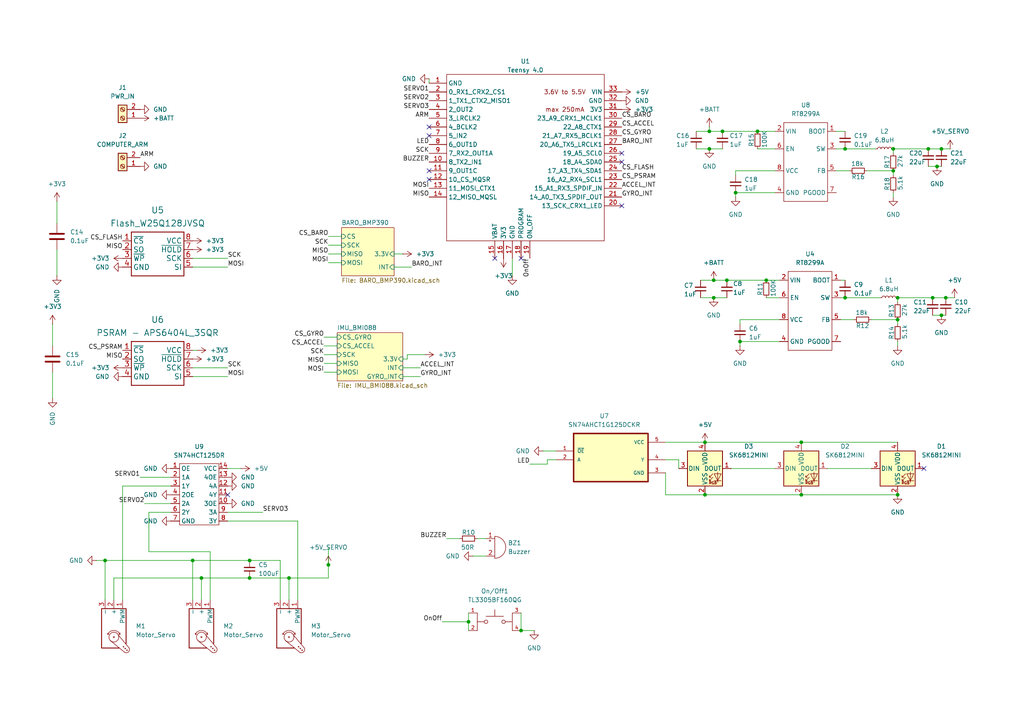
<source format=kicad_sch>
(kicad_sch (version 20250114) (generator "eeschema") (generator_version "9.0")
  (paper "A4")
  (lib_symbols
    (symbol "Connector:Screw_Terminal_01x02" (pin_names (offset 1.016) (hide yes))
      (property "Reference" "J" (at 0 2.54 0))
      (property "Value" "Screw_Terminal_01x02" (at 0 -5.08 0))
      (symbol "Screw_Terminal_01x02_1_1"
        (pin passive line (at -5.08 0 0) (length 3.81) (name "Pin_1") (number "1"))
        (pin passive line (at -5.08 -2.54 0) (length 3.81) (name "Pin_2") (number "2"))
      )
    )
    (symbol "Device:Buzzer" (pin_names (offset 0.0254) (hide yes))
      (property "Reference" "BZ" (at 3.81 1.27 0))
      (property "Value" "Buzzer" (at 3.81 -1.27 0))
      (symbol "Buzzer_1_1"
        (pin passive line (at -2.54 2.54 0) (length 2.54) (name "+") (number "1"))
        (pin passive line (at -2.54 -2.54 0) (length 2.54) (name "-") (number "2"))
      )
    )
    (symbol "Device:C" (pin_numbers (hide yes)) (pin_names (offset 0.254))
      (property "Reference" "C" (at 0.635 2.54 0))
      (property "Value" "C" (at 0.635 -2.54 0))
      (symbol "C_1_1"
        (pin passive line (at 0 3.81 270) (length 2.794) (name "~") (number "1"))
        (pin passive line (at 0 -3.81 90) (length 2.794) (name "~") (number "2"))
      )
    )
    (symbol "Device:C_Small" (pin_numbers (hide yes)) (pin_names (offset 0.254) (hide yes))
      (property "Reference" "C" (at 0.254 1.778 0))
      (property "Value" "C_Small" (at 0.254 -2.032 0))
      (symbol "C_Small_1_1"
        (pin passive line (at 0 2.54 270) (length 2.032) (name "~") (number "1"))
        (pin passive line (at 0 -2.54 90) (length 2.032) (name "~") (number "2"))
      )
    )
    (symbol "Device:L_Small" (pin_numbers (hide yes)) (pin_names (offset 0.254) (hide yes))
      (property "Reference" "L" (at 0.762 1.016 0))
      (property "Value" "L_Small" (at 0.762 -1.016 0))
      (symbol "L_Small_1_1"
        (pin passive line (at 0 2.54 270) (length 0.508) (name "~") (number "1"))
        (pin passive line (at 0 -2.54 90) (length 0.508) (name "~") (number "2"))
      )
    )
    (symbol "Device:R_Small" (pin_numbers (hide yes)) (pin_names (offset 0.254) (hide yes))
      (property "Reference" "R" (at 0.762 0.508 0))
      (property "Value" "R_Small" (at 0.762 -1.016 0))
      (symbol "R_Small_1_1"
        (pin passive line (at 0 2.54 270) (length 0.762) (name "~") (number "1"))
        (pin passive line (at 0 -2.54 90) (length 0.762) (name "~") (number "2"))
      )
    )
    (symbol "LED:SK6812MINI" (pin_names (offset 0.254))
      (property "Reference" "D" (at 5.08 5.715 0))
      (property "Value" "SK6812MINI" (at 1.27 -5.715 0))
      (symbol "SK6812MINI_0_0"
        (text "RGB" (at 2.286 -4.191 0) (effects (font (size 0.762 0.762))))
      )
      (symbol "SK6812MINI_1_1"
        (pin input line (at -7.62 0 0) (length 2.54) (name "DIN") (number "3"))
        (pin power_in line (at 0 7.62 270) (length 2.54) (name "VDD") (number "4"))
        (pin power_in line (at 0 -7.62 90) (length 2.54) (name "VSS") (number "2"))
        (pin output line (at 7.62 0 180) (length 2.54) (name "DOUT") (number "1"))
      )
    )
    (symbol "Motor:Motor_Servo" (pin_names (offset 0.0254))
      (property "Reference" "M" (at -5.08 4.445 0))
      (property "Value" "Motor_Servo" (at -5.08 -4.064 0))
      (symbol "Motor_Servo_1_1"
        (pin passive line (at -7.62 2.54 0) (length 2.54) (name "PWM") (number "1"))
        (pin passive line (at -7.62 0 0) (length 2.54) (name "+") (number "2"))
        (pin passive line (at -7.62 -2.54 0) (length 2.54) (name "-") (number "3"))
      )
    )
    (symbol "SN74HCT125DR_1"
      (property "Reference" "U" (at -1.2207 9.945 0))
      (property "Value" "SN74HCT125DR" (at -24.59 1.1572 0))
      (symbol "SN74HCT125DR_1_1_1"
        (pin input line (at -8.89 7.62 0) (length 2.54) (name "OE") (number "1"))
        (pin input line (at -8.89 5.08 0) (length 2.54) (name "1A") (number "2"))
        (pin input line (at -8.89 2.54 0) (length 2.54) (name "1Y") (number "3"))
        (pin input line (at -8.89 0 0) (length 2.54) (name "2OE") (number "4"))
        (pin input line (at -8.89 -2.54 0) (length 2.54) (name "2A") (number "5"))
        (pin input line (at -8.89 -5.08 0) (length 2.54) (name "2Y") (number "6"))
        (pin input line (at -8.89 -7.62 0) (length 2.54) (name "GND") (number "7"))
        (pin input line (at 7.62 7.62 180) (length 2.54) (name "VCC") (number "14"))
        (pin input line (at 7.62 5.08 180) (length 2.54) (name "4OE") (number "13"))
        (pin input line (at 7.62 2.54 180) (length 2.54) (name "4A") (number "12"))
        (pin input line (at 7.62 0 180) (length 2.54) (name "4Y") (number "11"))
        (pin input line (at 7.62 -2.54 180) (length 2.54) (name "3OE") (number "10"))
        (pin input line (at 7.62 -5.08 180) (length 2.54) (name "3A") (number "9"))
        (pin input line (at 7.62 -7.62 180) (length 2.54) (name "3Y") (number "8"))
      )
    )
    (symbol "SparkFun-IC-Memory:AT25SF041"
      (property "Reference" "U" (at -7.62 7.874 0))
      (symbol "AT25SF041_1_0"
        (pin bidirectional line (at -10.16 5.08 0) (length 2.54) (name "~{CS}") (number "1"))
        (pin bidirectional line (at -10.16 2.54 0) (length 2.54) (name "SO") (number "2"))
        (pin bidirectional line (at -10.16 0 0) (length 2.54) (name "~{WP}") (number "3"))
        (pin bidirectional line (at -10.16 -2.54 0) (length 2.54) (name "GND") (number "4"))
        (pin bidirectional line (at 10.16 5.08 180) (length 2.54) (name "VCC") (number "8"))
        (pin bidirectional line (at 10.16 2.54 180) (length 2.54) (name "~{HOLD}") (number "7"))
        (pin bidirectional line (at 10.16 0 180) (length 2.54) (name "SCK") (number "6"))
        (pin bidirectional line (at 10.16 -2.54 180) (length 2.54) (name "SI") (number "5"))
      )
    )
    (symbol "bai:RT8299A"
      (property "Reference" "U" (at -1.778 -17.78 0))
      (property "Value" "RT8299A" (at -0.254 6.35 0))
      (symbol "RT8299A_1_1"
        (pin input line (at -8.89 2.54 0) (length 2.54) (name "VIN") (number "2"))
        (pin input line (at -8.89 -2.54 0) (length 2.54) (name "EN") (number "6"))
        (pin input line (at -8.89 -8.89 0) (length 2.54) (name "VCC") (number "8"))
        (pin input line (at -8.89 -15.24 0) (length 2.54) (name "GND") (number "4"))
        (pin input line (at 8.89 2.54 180) (length 2.54) (name "BOOT") (number "1"))
        (pin input line (at 8.89 -2.54 180) (length 2.54) (name "SW") (number "3"))
        (pin input line (at 8.89 -8.89 180) (length 2.54) (name "FB") (number "5"))
        (pin input line (at 8.89 -15.24 180) (length 2.54) (name "PGOOD") (number "7"))
      )
    )
    (symbol "bai:SN74AHCT1G125DCKR" (pin_names (offset 1.016))
      (property "Reference" "U7" (at 0 15.24 0))
      (property "Value" "SN74AHCT1G125DCKR" (at 0 12.7 0))
      (symbol "SN74AHCT1G125DCKR_0_0"
        (pin input line (at -13.97 5.08 0) (length 5.08) (name "~{OE}") (number "1"))
        (pin input line (at -13.97 2.54 0) (length 5.08) (name "A") (number "2"))
        (pin power_in line (at 17.78 7.62 180) (length 5.08) (name "VCC") (number "5"))
        (pin output line (at 17.78 2.54 180) (length 5.08) (name "Y") (number "4"))
        (pin power_in line (at 17.78 -1.27 180) (length 5.08) (name "GND") (number "3"))
      )
    )
    (symbol "bai:TL3305BF160QG" (pin_names (offset 1.016))
      (property "Reference" "S" (at -5.08 5.08 0))
      (property "Value" "TL3305BF160QG" (at -5.08 -5.08 0))
      (symbol "TL3305BF160QG_0_0"
        (pin passive line (at -7.62 2.54 0) (length 2.54) (name "~") (number "1"))
        (pin passive line (at -7.62 -2.54 0) (length 2.54) (name "~") (number "2"))
        (pin passive line (at 7.62 2.54 180) (length 2.54) (name "~") (number "3"))
        (pin passive line (at 7.62 -2.54 180) (length 2.54) (name "~") (number "4"))
      )
    )
    (symbol "bai:Teensy4.0"
      (property "Reference" "U" (at 0 0 0))
      (symbol "Teensy4.0_0_0"
        (text "3.6V to 5.5V" (at 12.7 16.51 0) (effects (font (size 1.27 1.27))))
        (text "max 250mA" (at 12.7 11.43 0) (effects (font (size 1.27 1.27))))
        (pin bidirectional line (at -26.67 8.89 0) (length 5.08) (name "3_LRCLK2") (number "5"))
        (pin bidirectional line (at -26.67 6.35 0) (length 5.08) (name "4_BCLK2") (number "6"))
        (pin bidirectional line (at -26.67 3.81 0) (length 5.08) (name "5_IN2") (number "7"))
        (pin bidirectional line (at -26.67 1.27 0) (length 5.08) (name "6_OUT1D") (number "8"))
        (pin bidirectional line (at -26.67 -1.27 0) (length 5.08) (name "7_RX2_OUT1A") (number "9"))
        (pin bidirectional line (at -26.67 -3.81 0) (length 5.08) (name "8_TX2_IN1") (number "10"))
        (pin bidirectional line (at -26.67 -6.35 0) (length 5.08) (name "9_OUT1C") (number "11"))
        (pin bidirectional line (at -26.67 -8.89 0) (length 5.08) (name "10_CS_MQSR") (number "12"))
        (pin bidirectional line (at -26.67 -11.43 0) (length 5.08) (name "11_MOSI_CTX1") (number "13"))
        (pin bidirectional line (at -26.67 -13.97 0) (length 5.08) (name "12_MISO_MQSL") (number "14"))
        (pin power_in line (at -7.62 -31.75 90) (length 5.08) (name "VBAT") (number "15"))
        (pin power_in line (at -5.08 -31.75 90) (length 5.08) (name "3V3") (number "16"))
        (pin power_in line (at -2.54 -31.75 90) (length 5.08) (name "GND") (number "17"))
        (pin input line (at 0 -31.75 90) (length 5.08) (name "PROGRAM") (number "18"))
        (pin input line (at 2.54 -31.75 90) (length 5.08) (name "ON_OFF") (number "19"))
        (pin power_in line (at 29.21 16.51 180) (length 5.08) (name "VIN") (number "33"))
        (pin power_in line (at 29.21 13.97 180) (length 5.08) (name "GND") (number "32"))
        (pin power_out line (at 29.21 11.43 180) (length 5.08) (name "3V3") (number "31"))
        (pin bidirectional line (at 29.21 8.89 180) (length 5.08) (name "23_A9_CRX1_MCLK1") (number "30"))
        (pin bidirectional line (at 29.21 6.35 180) (length 5.08) (name "22_A8_CTX1") (number "29"))
        (pin bidirectional line (at 29.21 3.81 180) (length 5.08) (name "21_A7_RX5_BCLK1") (number "28"))
        (pin bidirectional line (at 29.21 1.27 180) (length 5.08) (name "20_A6_TX5_LRCLK1") (number "27"))
        (pin bidirectional line (at 29.21 -1.27 180) (length 5.08) (name "19_A5_SCL0") (number "26"))
        (pin bidirectional line (at 29.21 -3.81 180) (length 5.08) (name "18_A4_SDA0") (number "25"))
        (pin bidirectional line (at 29.21 -6.35 180) (length 5.08) (name "17_A3_TX4_SDA1") (number "24"))
        (pin bidirectional line (at 29.21 -8.89 180) (length 5.08) (name "16_A2_RX4_SCL1") (number "23"))
        (pin bidirectional line (at 29.21 -11.43 180) (length 5.08) (name "15_A1_RX3_SPDIF_IN") (number "22"))
        (pin bidirectional line (at 29.21 -13.97 180) (length 5.08) (name "14_A0_TX3_SPDIF_OUT") (number "21"))
        (pin bidirectional line (at 29.21 -16.51 180) (length 5.08) (name "13_SCK_CRX1_LED") (number "20"))
      )
      (symbol "Teensy4.0_1_1"
        (pin power_in line (at -26.67 19.05 0) (length 5.08) (name "GND") (number "1"))
        (pin bidirectional line (at -26.67 16.51 0) (length 5.08) (name "0_RX1_CRX2_CS1") (number "2"))
        (pin bidirectional line (at -26.67 13.97 0) (length 5.08) (name "1_TX1_CTX2_MISO1") (number "3"))
        (pin bidirectional line (at -26.67 11.43 0) (length 5.08) (name "2_OUT2") (number "4"))
      )
    )
    (symbol "power:+3V3" (power) (pin_numbers (hide yes)) (pin_names (offset 0) (hide yes))
      (property "Value" "+3V3" (at 0 3.556 0))
      (symbol "+3V3_1_1"
        (pin power_in line (at 0 0 90) (length 0) (name "~") (number "1"))
      )
    )
    (symbol "power:+5V" (power) (pin_numbers (hide yes)) (pin_names (offset 0) (hide yes))
      (property "Value" "+5V" (at 0 3.556 0))
      (symbol "+5V_1_1"
        (pin power_in line (at 0 0 90) (length 0) (name "~") (number "1"))
      )
    )
    (symbol "power:+BATT" (power) (pin_numbers (hide yes)) (pin_names (offset 0) (hide yes))
      (property "Value" "+BATT" (at 0 3.556 0))
      (symbol "+BATT_1_1"
        (pin power_in line (at 0 0 90) (length 0) (name "~") (number "1"))
      )
    )
    (symbol "power:GND" (power) (pin_numbers (hide yes)) (pin_names (offset 0) (hide yes))
      (property "Value" "GND" (at 0 -3.81 0))
      (symbol "GND_1_1"
        (pin power_in line (at 0 0 270) (length 0) (name "~") (number "1"))
      )
    )
  )
  (junction (at 270.51 86.36))
  (junction (at 245.11 43.18))
  (junction (at 58.42 167.64))
  (junction (at 273.05 91.44))
  (junction (at 204.47 143.51))
  (junction (at 204.47 128.27))
  (junction (at 271.78 48.26))
  (junction (at 259.08 43.18))
  (junction (at 135.89 180.34))
  (junction (at 259.08 49.53))
  (junction (at 83.82 167.64))
  (junction (at 205.74 43.18))
  (junction (at 260.35 143.51))
  (junction (at 232.41 143.51))
  (junction (at 232.41 128.27))
  (junction (at 95.25 163.83))
  (junction (at 260.35 86.36))
  (junction (at 214.63 99.06))
  (junction (at 151.13 182.88))
  (junction (at 274.32 86.36))
  (junction (at 55.88 162.56))
  (junction (at 213.36 55.88))
  (junction (at 219.71 38.1))
  (junction (at 273.05 43.18))
  (junction (at 30.48 162.56))
  (junction (at 210.82 81.28))
  (junction (at 260.35 92.71))
  (junction (at 207.01 81.28))
  (junction (at 245.11 86.36))
  (junction (at 222.25 81.28))
  (junction (at 72.39 167.64))
  (junction (at 269.24 43.18))
  (junction (at 72.39 162.56))
  (junction (at 207.01 86.36))
  (junction (at 205.74 38.1))
  (junction (at 209.55 38.1))
  (no_connect (at 180.34 59.69))
  (no_connect (at 180.34 44.45))
  (no_connect (at 267.97 135.89))
  (no_connect (at 180.34 46.99))
  (no_connect (at 66.04 143.51))
  (no_connect (at 151.13 74.93))
  (no_connect (at 124.46 52.07))
  (no_connect (at 124.46 49.53))
  (no_connect (at 143.51 74.93))
  (no_connect (at 124.46 39.37))
  (no_connect (at 124.46 36.83))
  (wire (pts (xy 118.11 102.87) (xy 118.11 104.14)))
  (wire (pts (xy 93.98 97.79) (xy 97.79 97.79)))
  (wire (pts (xy 214.63 100.33) (xy 214.63 99.06)))
  (wire (pts (xy 43.18 160.02) (xy 60.96 160.02)))
  (wire (pts (xy 40.64 138.43) (xy 49.53 138.43)))
  (wire (pts (xy 193.04 133.35) (xy 196.85 133.35)))
  (wire (pts (xy 66.04 135.89) (xy 69.85 135.89)))
  (wire (pts (xy 129.54 156.21) (xy 133.35 156.21)))
  (wire (pts (xy 157.48 130.81) (xy 161.29 130.81)))
  (wire (pts (xy 214.63 99.06) (xy 226.06 99.06)))
  (wire (pts (xy 76.2 148.59) (xy 66.04 148.59)))
  (wire (pts (xy 193.04 143.51) (xy 204.47 143.51)))
  (wire (pts (xy 66.04 106.68) (xy 55.88 106.68)))
  (wire (pts (xy 49.53 140.97) (xy 35.56 140.97)))
  (wire (pts (xy 224.79 49.53) (xy 213.36 49.53)))
  (wire (pts (xy 95.25 163.83) (xy 95.25 158.75)))
  (wire (pts (xy 66.04 77.47) (xy 55.88 77.47)))
  (wire (pts (xy 154.94 182.88) (xy 151.13 182.88)))
  (wire (pts (xy 251.46 49.53) (xy 259.08 49.53)))
  (wire (pts (xy 270.51 86.36) (xy 274.32 86.36)))
  (wire (pts (xy 219.71 43.18) (xy 224.79 43.18)))
  (wire (pts (xy 260.35 86.36) (xy 270.51 86.36)))
  (wire (pts (xy 93.98 100.33) (xy 97.79 100.33)))
  (wire (pts (xy 222.25 81.28) (xy 226.06 81.28)))
  (wire (pts (xy 135.89 180.34) (xy 135.89 182.88)))
  (wire (pts (xy 151.13 177.8) (xy 151.13 182.88)))
  (wire (pts (xy 243.84 92.71) (xy 247.65 92.71)))
  (wire (pts (xy 158.75 133.35) (xy 161.29 133.35)))
  (wire (pts (xy 95.25 163.83) (xy 95.25 167.64)))
  (wire (pts (xy 242.57 43.18) (xy 245.11 43.18)))
  (wire (pts (xy 205.74 36.83) (xy 205.74 38.1)))
  (wire (pts (xy 124.46 22.86) (xy 124.46 24.13)))
  (wire (pts (xy 259.08 44.45) (xy 259.08 43.18)))
  (wire (pts (xy 86.36 151.13) (xy 86.36 173.99)))
  (wire (pts (xy 193.04 128.27) (xy 204.47 128.27)))
  (wire (pts (xy 269.24 48.26) (xy 271.78 48.26)))
  (wire (pts (xy 245.11 86.36) (xy 255.27 86.36)))
  (wire (pts (xy 232.41 143.51) (xy 260.35 143.51)))
  (wire (pts (xy 204.47 128.27) (xy 232.41 128.27)))
  (wire (pts (xy 243.84 81.28) (xy 245.11 81.28)))
  (wire (pts (xy 137.16 161.29) (xy 140.97 161.29)))
  (wire (pts (xy 210.82 81.28) (xy 222.25 81.28)))
  (wire (pts (xy 93.98 107.95) (xy 97.79 107.95)))
  (wire (pts (xy 213.36 57.15) (xy 213.36 55.88)))
  (wire (pts (xy 66.04 109.22) (xy 55.88 109.22)))
  (wire (pts (xy 121.92 109.22) (xy 116.84 109.22)))
  (wire (pts (xy 212.09 135.89) (xy 224.79 135.89)))
  (wire (pts (xy 201.93 43.18) (xy 205.74 43.18)))
  (wire (pts (xy 95.25 68.58) (xy 99.06 68.58)))
  (wire (pts (xy 16.51 72.39) (xy 16.51 80.01)))
  (wire (pts (xy 55.88 101.6) (xy 57.15 101.6)))
  (wire (pts (xy 30.48 162.56) (xy 30.48 173.99)))
  (wire (pts (xy 148.59 80.01) (xy 148.59 74.93)))
  (wire (pts (xy 35.56 140.97) (xy 35.56 173.99)))
  (wire (pts (xy 93.98 102.87) (xy 97.79 102.87)))
  (wire (pts (xy 273.05 91.44) (xy 274.32 91.44)))
  (wire (pts (xy 245.11 43.18) (xy 254 43.18)))
  (wire (pts (xy 15.24 93.98) (xy 15.24 100.33)))
  (wire (pts (xy 242.57 49.53) (xy 246.38 49.53)))
  (wire (pts (xy 55.88 162.56) (xy 55.88 173.99)))
  (wire (pts (xy 58.42 167.64) (xy 58.42 173.99)))
  (wire (pts (xy 55.88 162.56) (xy 72.39 162.56)))
  (wire (pts (xy 214.63 92.71) (xy 214.63 93.98)))
  (wire (pts (xy 58.42 167.64) (xy 72.39 167.64)))
  (wire (pts (xy 41.91 146.05) (xy 49.53 146.05)))
  (wire (pts (xy 274.32 86.36) (xy 276.86 86.36)))
  (wire (pts (xy 270.51 91.44) (xy 273.05 91.44)))
  (wire (pts (xy 15.24 107.95) (xy 15.24 115.57)))
  (wire (pts (xy 260.35 99.06) (xy 260.35 100.33)))
  (wire (pts (xy 209.55 38.1) (xy 219.71 38.1)))
  (wire (pts (xy 260.35 92.71) (xy 260.35 93.98)))
  (wire (pts (xy 201.93 38.1) (xy 205.74 38.1)))
  (wire (pts (xy 260.35 87.63) (xy 260.35 86.36)))
  (wire (pts (xy 95.25 71.12) (xy 99.06 71.12)))
  (wire (pts (xy 259.08 55.88) (xy 259.08 57.15)))
  (wire (pts (xy 66.04 74.93) (xy 55.88 74.93)))
  (wire (pts (xy 72.39 167.64) (xy 83.82 167.64)))
  (wire (pts (xy 269.24 43.18) (xy 273.05 43.18)))
  (wire (pts (xy 271.78 48.26) (xy 273.05 48.26)))
  (wire (pts (xy 66.04 151.13) (xy 86.36 151.13)))
  (wire (pts (xy 213.36 55.88) (xy 224.79 55.88)))
  (wire (pts (xy 33.02 167.64) (xy 58.42 167.64)))
  (wire (pts (xy 118.11 104.14) (xy 116.84 104.14)))
  (wire (pts (xy 128.27 180.34) (xy 135.89 180.34)))
  (wire (pts (xy 203.2 86.36) (xy 207.01 86.36)))
  (wire (pts (xy 119.38 77.47) (xy 114.3 77.47)))
  (wire (pts (xy 81.28 162.56) (xy 81.28 173.99)))
  (wire (pts (xy 116.84 73.66) (xy 114.3 73.66)))
  (wire (pts (xy 30.48 162.56) (xy 55.88 162.56)))
  (wire (pts (xy 273.05 43.18) (xy 275.59 43.18)))
  (wire (pts (xy 60.96 160.02) (xy 60.96 173.99)))
  (wire (pts (xy 232.41 128.27) (xy 260.35 128.27)))
  (wire (pts (xy 259.08 49.53) (xy 259.08 50.8)))
  (wire (pts (xy 207.01 86.36) (xy 210.82 86.36)))
  (wire (pts (xy 121.92 106.68) (xy 116.84 106.68)))
  (wire (pts (xy 95.25 76.2) (xy 99.06 76.2)))
  (wire (pts (xy 153.67 134.62) (xy 158.75 134.62)))
  (wire (pts (xy 242.57 38.1) (xy 245.11 38.1)))
  (wire (pts (xy 219.71 38.1) (xy 224.79 38.1)))
  (wire (pts (xy 193.04 137.16) (xy 193.04 143.51)))
  (wire (pts (xy 252.73 92.71) (xy 260.35 92.71)))
  (wire (pts (xy 205.74 43.18) (xy 209.55 43.18)))
  (wire (pts (xy 259.08 43.18) (xy 269.24 43.18)))
  (wire (pts (xy 196.85 133.35) (xy 196.85 135.89)))
  (wire (pts (xy 95.25 73.66) (xy 99.06 73.66)))
  (wire (pts (xy 33.02 173.99) (xy 33.02 167.64)))
  (wire (pts (xy 16.51 58.42) (xy 16.51 64.77)))
  (wire (pts (xy 95.25 167.64) (xy 83.82 167.64)))
  (wire (pts (xy 205.74 38.1) (xy 209.55 38.1)))
  (wire (pts (xy 222.25 86.36) (xy 226.06 86.36)))
  (wire (pts (xy 135.89 177.8) (xy 135.89 180.34)))
  (wire (pts (xy 72.39 162.56) (xy 81.28 162.56)))
  (wire (pts (xy 203.2 81.28) (xy 207.01 81.28)))
  (wire (pts (xy 243.84 86.36) (xy 245.11 86.36)))
  (wire (pts (xy 138.43 156.21) (xy 140.97 156.21)))
  (wire (pts (xy 43.18 148.59) (xy 43.18 160.02)))
  (wire (pts (xy 49.53 148.59) (xy 43.18 148.59)))
  (wire (pts (xy 27.94 162.56) (xy 30.48 162.56)))
  (wire (pts (xy 123.19 102.87) (xy 118.11 102.87)))
  (wire (pts (xy 240.03 135.89) (xy 252.73 135.89)))
  (wire (pts (xy 204.47 143.51) (xy 232.41 143.51)))
  (wire (pts (xy 213.36 49.53) (xy 213.36 50.8)))
  (wire (pts (xy 158.75 134.62) (xy 158.75 133.35)))
  (wire (pts (xy 93.98 105.41) (xy 97.79 105.41)))
  (wire (pts (xy 226.06 92.71) (xy 214.63 92.71)))
  (wire (pts (xy 83.82 167.64) (xy 83.82 173.99)))
  (wire (pts (xy 207.01 81.28) (xy 210.82 81.28)))
  (label "SCK" (at 66.04 74.93 0))
  (label "CS_GYRO" (at 180.34 39.37 0))
  (label "MOSI" (at 95.25 76.2 180))
  (label "MISO" (at 35.56 104.14 180))
  (label "BUZZER" (at 124.46 46.99 180))
  (label "CS_FLASH" (at 180.34 49.53 0))
  (label "BARO_INT" (at 119.38 77.47 0))
  (label "BARO_INT" (at 180.34 41.91 0))
  (label "ACCEL_INT" (at 180.34 54.61 0))
  (label "OnOff" (at 128.27 180.34 180))
  (label "OnOff" (at 153.67 74.93 270))
  (label "MISO" (at 95.25 73.66 180))
  (label "CS_BARO" (at 95.25 68.58 180))
  (label "SERVO2" (at 124.46 29.21 180))
  (label "MISO" (at 35.56 72.39 180))
  (label "MOSI" (at 124.46 54.61 180))
  (label "MISO" (at 93.98 105.41 180))
  (label "SERVO3" (at 76.2 148.59 0))
  (label "SERVO3" (at 124.46 31.75 180))
  (label "LED" (at 153.67 134.62 180))
  (label "LED" (at 124.46 41.91 180))
  (label "MOSI" (at 66.04 77.47 0))
  (label "SCK" (at 93.98 102.87 180))
  (label "ACCEL_INT" (at 121.92 106.68 0))
  (label "SERVO2" (at 41.91 146.05 180))
  (label "SCK" (at 95.25 71.12 180))
  (label "SERVO1" (at 124.46 26.67 180))
  (label "ARM" (at 124.46 34.29 180))
  (label "CS_BARO" (at 180.34 34.29 0))
  (label "CS_ACCEL" (at 93.98 100.33 180))
  (label "GYRO_INT" (at 121.92 109.22 0))
  (label "CS_PSRAM" (at 180.34 52.07 0))
  (label "CS_FLASH" (at 35.56 69.85 180))
  (label "CS_PSRAM" (at 35.56 101.6 180))
  (label "MOSI" (at 66.04 109.22 0))
  (label "CS_ACCEL" (at 180.34 36.83 0))
  (label "ARM" (at 40.64 45.72 0))
  (label "MOSI" (at 93.98 107.95 180))
  (label "MISO" (at 124.46 57.15 180))
  (label "CS_GYRO" (at 93.98 97.79 180))
  (label "BUZZER" (at 129.54 156.21 180))
  (label "SERVO1" (at 40.64 138.43 180))
  (label "SCK" (at 66.04 106.68 0))
  (label "GYRO_INT" (at 180.34 57.15 0))
  (label "SCK" (at 124.46 44.45 180))
  (symbol (lib_id "power:GND") (at 40.64 48.26 90) (unit 1)
    (property "Reference" "#PWR016" (effects (hide yes)))
    (property "Value" "GND" (at 44.45 48.2599 90) (effects (justify right)))
    (property "Description" "Power symbol creates a global label with name \"GND\" , ground" (effects (hide yes)))
  )
  (symbol (lib_name "SN74HCT125DR_1") (lib_id "bai:SN74HCT125DR") (at 58.42 143.51 0) (unit 1)
    (property "Reference" "U9" (at 57.7856 129.54 0))
    (property "Value" "SN74HCT125DR" (at 57.7856 132.08 0))
    (property "Footprint" "Package_SO:SOIC-14_3.9x8.7mm_P1.27mm" (effects (hide yes)))
  )
  (symbol (lib_id "power:GND") (at 15.24 115.57 0) (unit 1)
    (property "Reference" "#PWR055" (effects (hide yes)))
    (property "Value" "GND" (at 15.2401 119.38 90) (effects (justify right)))
    (property "Description" "Power symbol creates a global label with name \"GND\" , ground" (effects (hide yes)))
  )
  (symbol (lib_id "power:+3V3") (at 55.88 69.85 270) (unit 1)
    (property "Reference" "#PWR013" (effects (hide yes)))
    (property "Value" "+3V3" (at 59.69 69.8499 90) (effects (justify left)))
    (property "Description" "Power symbol creates a global label with name \"+3V3\"" (effects (hide yes)))
  )
  (symbol (lib_id "Motor:Motor_Servo") (at 83.82 181.61 270) (unit 1)
    (property "Reference" "M3" (at 90.17 181.596 90) (effects (justify left)))
    (property "Value" "Motor_Servo" (at 90.17 184.136 90) (effects (justify left)))
    (property "Footprint" "Connector_PinHeader_2.54mm:PinHeader_1x03_P2.54mm_Vertical" (effects (hide yes)))
    (property "Datasheet" "http://forums.parallax.com/uploads/attachments/46831/74481.png" (effects (hide yes)))
    (property "Description" "Servo Motor (Futaba, HiTec, JR connector)" (effects (hide yes)))
  )
  (symbol (lib_id "Device:C_Small") (at 273.05 45.72 180) (unit 1)
    (property "Reference" "C21" (at 275.59 44.4435 0) (effects (justify right)))
    (property "Value" "22uF" (at 275.59 46.9835 0) (effects (justify right)))
    (property "Footprint" "Capacitor_SMD:C_0603_1608Metric_Pad1.08x0.95mm_HandSolder" (effects (hide yes)))
    (property "Description" "Unpolarized capacitor, small symbol" (effects (hide yes)))
  )
  (symbol (lib_id "power:+3V3") (at 55.88 104.14 270) (unit 1)
    (property "Reference" "#PWR034" (effects (hide yes)))
    (property "Value" "+3V3" (at 59.69 104.1399 90) (effects (justify left)))
    (property "Description" "Power symbol creates a global label with name \"+3V3\"" (effects (hide yes)))
  )
  (symbol (lib_id "power:+5V") (at 276.86 86.36 0) (unit 1)
    (property "Reference" "#PWR053" (effects (hide yes)))
    (property "Value" "+5V" (at 276.86 81.28 0))
    (property "Description" "Power symbol creates a global label with name \"+5V\"" (effects (hide yes)))
  )
  (symbol (lib_id "Device:C_Small") (at 214.63 96.52 180) (unit 1)
    (property "Reference" "C6" (at 217.17 95.2435 0) (effects (justify right)))
    (property "Value" "1uF" (at 217.17 97.7835 0) (effects (justify right)))
    (property "Footprint" "Capacitor_SMD:C_0603_1608Metric_Pad1.08x0.95mm_HandSolder" (effects (hide yes)))
    (property "Description" "Unpolarized capacitor, small symbol" (effects (hide yes)))
  )
  (symbol (lib_id "power:GND") (at 16.51 80.01 0) (unit 1)
    (property "Reference" "#PWR054" (effects (hide yes)))
    (property "Value" "GND" (at 16.5101 83.82 90) (effects (justify right)))
    (property "Description" "Power symbol creates a global label with name \"GND\" , ground" (effects (hide yes)))
  )
  (symbol (lib_id "power:+5V") (at 69.85 135.89 270) (unit 1)
    (property "Reference" "#PWR043" (effects (hide yes)))
    (property "Value" "+5V" (at 73.66 135.8899 90) (effects (justify left)))
    (property "Description" "Power symbol creates a global label with name \"+5V\"" (effects (hide yes)))
  )
  (symbol (lib_id "power:GND") (at 205.74 43.18 0) (unit 1)
    (property "Reference" "#PWR011" (effects (hide yes)))
    (property "Value" "GND" (at 205.74 48.26 0))
    (property "Description" "Power symbol creates a global label with name \"GND\" , ground" (effects (hide yes)))
  )
  (symbol (lib_id "Device:C_Small") (at 245.11 40.64 180) (unit 1)
    (property "Reference" "C19" (at 247.65 39.3635 0) (effects (justify right)))
    (property "Value" "0.1uF" (at 247.65 41.9035 0) (effects (justify right)))
    (property "Footprint" "Capacitor_SMD:C_0603_1608Metric_Pad1.08x0.95mm_HandSolder" (effects (hide yes)))
    (property "Description" "Unpolarized capacitor, small symbol" (effects (hide yes)))
  )
  (symbol (lib_id "power:+BATT") (at 207.01 81.28 0) (unit 1)
    (property "Reference" "#PWR07" (effects (hide yes)))
    (property "Value" "+BATT" (at 207.01 76.2 0))
    (property "Description" "Power symbol creates a global label with name \"+BATT\"" (effects (hide yes)))
  )
  (symbol (lib_id "Device:C_Small") (at 72.39 165.1 180) (unit 1)
    (property "Reference" "C5" (at 74.93 163.8235 0) (effects (justify right)))
    (property "Value" "100uF" (at 74.93 166.3635 0) (effects (justify right)))
    (property "Footprint" "Capacitor_SMD:CP_Elec_8x10.5" (effects (hide yes)))
    (property "Description" "Unpolarized capacitor, small symbol" (effects (hide yes)))
  )
  (symbol (lib_id "power:GND") (at 214.63 100.33 0) (unit 1)
    (property "Reference" "#PWR02" (effects (hide yes)))
    (property "Value" "GND" (at 214.63 105.41 0))
    (property "Description" "Power symbol creates a global label with name \"GND\" , ground" (effects (hide yes)))
  )
  (symbol (lib_id "power:GND") (at 66.04 140.97 90) (unit 1)
    (property "Reference" "#PWR048" (effects (hide yes)))
    (property "Value" "GND" (at 69.85 140.9699 90) (effects (justify right)))
    (property "Description" "Power symbol creates a global label with name \"GND\" , ground" (effects (hide yes)))
  )
  (symbol (lib_id "power:GND") (at 49.53 151.13 270) (unit 1)
    (property "Reference" "#PWR044" (effects (hide yes)))
    (property "Value" "GND" (at 45.72 151.1299 90) (effects (justify right)))
    (property "Description" "Power symbol creates a global label with name \"GND\" , ground" (effects (hide yes)))
  )
  (symbol (lib_id "power:+3V3") (at 180.34 31.75 270) (unit 1)
    (property "Reference" "#PWR040" (effects (hide yes)))
    (property "Value" "+3V3" (at 184.15 31.7499 90) (effects (justify left)))
    (property "Description" "Power symbol creates a global label with name \"+3V3\"" (effects (hide yes)))
  )
  (symbol (lib_id "power:GND") (at 260.35 100.33 0) (unit 1)
    (property "Reference" "#PWR09" (effects (hide yes)))
    (property "Value" "GND" (at 260.35 105.41 0))
    (property "Description" "Power symbol creates a global label with name \"GND\" , ground" (effects (hide yes)))
  )
  (symbol (lib_id "power:GND") (at 154.94 182.88 0) (unit 1)
    (property "Reference" "#PWR027" (effects (hide yes)))
    (property "Value" "GND" (at 154.94 187.96 0))
    (property "Description" "Power symbol creates a global label with name \"GND\" , ground" (effects (hide yes)))
  )
  (symbol (lib_id "power:+BATT") (at 40.64 34.29 270) (unit 1)
    (property "Reference" "#PWR05" (effects (hide yes)))
    (property "Value" "+BATT" (at 44.45 34.2899 90) (effects (justify left)))
    (property "Description" "Power symbol creates a global label with name \"+BATT\"" (effects (hide yes)))
  )
  (symbol (lib_id "Device:R_Small") (at 260.35 96.52 180) (unit 1)
    (property "Reference" "R14" (at 258.572 96.52 90))
    (property "Value" "5.1k" (at 262.382 96.266 90))
    (property "Footprint" "Resistor_SMD:R_0603_1608Metric_Pad0.98x0.95mm_HandSolder" (effects (hide yes)))
    (property "Description" "Resistor, small symbol" (effects (hide yes)))
  )
  (symbol (lib_id "power:+3V3") (at 55.88 72.39 270) (unit 1)
    (property "Reference" "#PWR032" (effects (hide yes)))
    (property "Value" "+3V3" (at 59.69 72.3899 90) (effects (justify left)))
    (property "Description" "Power symbol creates a global label with name \"+3V3\"" (effects (hide yes)))
  )
  (symbol (lib_id "Device:C") (at 15.24 104.14 0) (unit 1)
    (property "Reference" "C15" (at 19.05 102.8699 0) (effects (justify left)))
    (property "Value" "0.1uF" (at 19.05 105.4099 0) (effects (justify left)))
    (property "Footprint" "Capacitor_SMD:C_0603_1608Metric_Pad1.08x0.95mm_HandSolder" (effects (hide yes)))
    (property "Description" "Unpolarized capacitor" (effects (hide yes)))
  )
  (symbol (lib_id "Device:R_Small") (at 259.08 53.34 180) (unit 1)
    (property "Reference" "R18" (at 257.302 53.34 90))
    (property "Value" "5.1k" (at 261.112 53.086 90))
    (property "Footprint" "Resistor_SMD:R_0603_1608Metric_Pad0.98x0.95mm_HandSolder" (effects (hide yes)))
    (property "Description" "Resistor, small symbol" (effects (hide yes)))
  )
  (symbol (lib_id "power:+3V3") (at 146.05 74.93 180) (unit 1)
    (property "Reference" "#PWR012" (effects (hide yes)))
    (property "Value" "+3V3" (at 146.05 80.01 0))
    (property "Description" "Power symbol creates a global label with name \"+3V3\"" (effects (hide yes)))
  )
  (symbol (lib_id "power:GND") (at 40.64 31.75 90) (unit 1)
    (property "Reference" "#PWR06" (effects (hide yes)))
    (property "Value" "GND" (at 44.45 31.7499 90) (effects (justify right)))
    (property "Description" "Power symbol creates a global label with name \"GND\" , ground" (effects (hide yes)))
  )
  (symbol (lib_id "Device:C_Small") (at 269.24 45.72 180) (unit 1)
    (property "Reference" "C20" (at 263.652 44.45 0) (effects (justify right)))
    (property "Value" "22uF" (at 263.652 46.99 0) (effects (justify right)))
    (property "Footprint" "Capacitor_SMD:C_0603_1608Metric_Pad1.08x0.95mm_HandSolder" (effects (hide yes)))
    (property "Description" "Unpolarized capacitor, small symbol" (effects (hide yes)))
  )
  (symbol (lib_id "power:+3V3") (at 15.24 93.98 0) (unit 1)
    (property "Reference" "#PWR057" (effects (hide yes)))
    (property "Value" "+3V3" (at 15.24 88.9 0))
    (property "Description" "Power symbol creates a global label with name \"+3V3\"" (effects (hide yes)))
  )
  (symbol (lib_id "power:GND") (at 148.59 80.01 0) (unit 1)
    (property "Reference" "#PWR026" (effects (hide yes)))
    (property "Value" "GND" (at 148.59 85.09 0))
    (property "Description" "Power symbol creates a global label with name \"GND\" , ground" (effects (hide yes)))
  )
  (symbol (lib_id "Device:C") (at 16.51 68.58 0) (unit 1)
    (property "Reference" "C14" (at 20.32 67.3099 0) (effects (justify left)))
    (property "Value" "0.1uF" (at 20.32 69.8499 0) (effects (justify left)))
    (property "Footprint" "Capacitor_SMD:C_0603_1608Metric_Pad1.08x0.95mm_HandSolder" (effects (hide yes)))
    (property "Description" "Unpolarized capacitor" (effects (hide yes)))
  )
  (symbol (lib_id "bai:TL3305BF160QG") (at 143.51 180.34 0) (unit 1)
    (property "Reference" "On/Off1" (at 143.51 171.45 0))
    (property "Value" "TL3305BF160QG" (at 143.51 173.99 0))
    (property "Footprint" "Bai:SW_TL3305BF160QG" (effects (hide yes)))
    (property "MF" "E-Switch" (effects (hide yes)))
    (property "MAXIMUM_PACKAGE_HEIGHT" "5 mm" (effects (hide yes)))
    (property "Package" "None" (effects (hide yes)))
    (property "Price" "None" (effects (hide yes)))
    (property "Check_prices" "https://www.snapeda.com/parts/TL3305BF160QG/E-Switch/view-part/?ref=eda" (effects (hide yes)))
    (property "STANDARD" "Manufacturer Recommendations" (effects (hide yes)))
    (property "PARTREV" "C" (effects (hide yes)))
    (property "SnapEDA_Link" "https://www.snapeda.com/parts/TL3305BF160QG/E-Switch/view-part/?ref=snap" (effects (hide yes)))
    (property "MP" "TL3305BF160QG" (effects (hide yes)))
    (property "Description_1" "Tactile Switch SPST-NO Top Actuated Surface Mount" (effects (hide yes)))
    (property "SNAPEDA_PN" "TL3305BF260QG" (effects (hide yes)))
    (property "Availability" "In Stock" (effects (hide yes)))
    (property "MANUFACTURER" "E-Switch" (effects (hide yes)))
  )
  (symbol (lib_id "Device:C_Small") (at 201.93 40.64 180) (unit 1)
    (property "Reference" "C16" (at 196.088 39.37 0) (effects (justify right)))
    (property "Value" "1uF" (at 196.088 41.91 0) (effects (justify right)))
    (property "Footprint" "Capacitor_SMD:C_0603_1608Metric_Pad1.08x0.95mm_HandSolder" (effects (hide yes)))
    (property "Description" "Unpolarized capacitor, small symbol" (effects (hide yes)))
  )
  (symbol (lib_id "power:GND") (at 49.53 135.89 270) (unit 1)
    (property "Reference" "#PWR045" (effects (hide yes)))
    (property "Value" "GND" (at 45.72 135.8899 90) (effects (justify right)))
    (property "Description" "Power symbol creates a global label with name \"GND\" , ground" (effects (hide yes)))
  )
  (symbol (lib_id "power:GND") (at 259.08 57.15 0) (unit 1)
    (property "Reference" "#PWR059" (effects (hide yes)))
    (property "Value" "GND" (at 259.08 62.23 0))
    (property "Description" "Power symbol creates a global label with name \"GND\" , ground" (effects (hide yes)))
  )
  (symbol (lib_id "bai:RT8299A") (at 233.68 40.64 0) (unit 1)
    (property "Reference" "U8" (at 233.68 30.48 0))
    (property "Value" "RT8299A" (at 233.68 33.02 0))
    (property "Footprint" "Package_SO:SOIC-8_5.3x6.2mm_P1.27mm" (effects (hide yes)))
  )
  (symbol (lib_id "power:+5V") (at 180.34 26.67 270) (unit 1)
    (property "Reference" "#PWR023" (effects (hide yes)))
    (property "Value" "+5V" (at 184.15 26.6699 90) (effects (justify left)))
    (property "Description" "Power symbol creates a global label with name \"+5V\"" (effects (hide yes)))
  )
  (symbol (lib_id "power:GND") (at 271.78 48.26 0) (unit 1)
    (property "Reference" "#PWR060" (effects (hide yes)))
    (property "Value" "GND" (at 271.78 53.34 0))
    (property "Description" "Power symbol creates a global label with name \"GND\" , ground" (effects (hide yes)))
  )
  (symbol (lib_id "bai:SN74AHCT1G125DCKR") (at 175.26 135.89 0) (unit 1)
    (property "Reference" "U7" (at 175.26 120.65 0))
    (property "Value" "SN74AHCT1G125DCKR" (at 175.26 123.19 0))
    (property "Footprint" "Bai:SOT65P210X110-5N" (effects (hide yes)))
    (property "MF" "Texas Instruments" (effects (hide yes)))
    (property "Description_1" "Single 4.5-V to 5.5-V buffer with TTL-compatible CMOS inputs and 3-state outputs" (effects (hide yes)))
    (property "Package" "SC70-5 Texas Instruments" (effects (hide yes)))
    (property "Price" "None" (effects (hide yes)))
    (property "SnapEDA_Link" "https://www.snapeda.com/parts/SN74AHCT1G125DCKR/Texas+Instruments/view-part/?ref=snap" (effects (hide yes)))
    (property "MP" "SN74AHCT1G125DCKR" (effects (hide yes)))
    (property "Availability" "In Stock" (effects (hide yes)))
    (property "Check_prices" "https://www.snapeda.com/parts/SN74AHCT1G125DCKR/Texas+Instruments/view-part/?ref=eda" (effects (hide yes)))
  )
  (symbol (lib_id "SparkFun-IC-Memory:AT25SF041") (at 45.72 74.93 0) (unit 1)
    (property "Reference" "U5" (at 45.72 60.96 0) (effects (font (size 1.778 1.778))))
    (property "Value" "Flash_W25Q128JVSQ" (at 45.72 64.77 0) (effects (font (size 1.778 1.778))))
    (property "Footprint" "Bai:SOIC127P790X216-8N" (effects (hide yes)))
    (property "Description" "AT25SF041 4Mb Serial Flash Memory\n\n104MHz, SPI, 8-SOIC\n• Datasheet\n\nSparkFun Products:\n\n• SparkFun ESP8266 Thing\n• SparkFun ESP8266 Thing - Dev Board" (effects (hide yes)))
  )
  (symbol (lib_id "bai:RT8299A") (at 234.95 83.82 0) (unit 1)
    (property "Reference" "U4" (at 234.95 73.66 0))
    (property "Value" "RT8299A" (at 234.95 76.2 0))
    (property "Footprint" "Package_SO:SOIC-8_5.3x6.2mm_P1.27mm" (effects (hide yes)))
  )
  (symbol (lib_id "Device:C_Small") (at 203.2 83.82 180) (unit 1)
    (property "Reference" "C7" (at 198.374 82.804 0) (effects (justify right)))
    (property "Value" "1uF" (at 198.374 85.344 0) (effects (justify right)))
    (property "Footprint" "Capacitor_SMD:C_0603_1608Metric_Pad1.08x0.95mm_HandSolder" (effects (hide yes)))
    (property "Description" "Unpolarized capacitor, small symbol" (effects (hide yes)))
  )
  (symbol (lib_id "Device:R_Small") (at 219.71 40.64 180) (unit 1)
    (property "Reference" "R15" (at 217.932 40.64 90))
    (property "Value" "100K" (at 221.742 40.386 90))
    (property "Footprint" "Resistor_SMD:R_0603_1608Metric_Pad0.98x0.95mm_HandSolder" (effects (hide yes)))
    (property "Description" "Resistor, small symbol" (effects (hide yes)))
  )
  (symbol (lib_id "Device:R_Small") (at 259.08 46.99 180) (unit 1)
    (property "Reference" "R17" (at 257.302 46.99 90))
    (property "Value" "27k" (at 261.112 46.736 90))
    (property "Footprint" "Resistor_SMD:R_0603_1608Metric_Pad0.98x0.95mm_HandSolder" (effects (hide yes)))
    (property "Description" "Resistor, small symbol" (effects (hide yes)))
  )
  (symbol (lib_id "power:+3V3") (at 116.84 73.66 270) (unit 1)
    (property "Reference" "#PWR028" (effects (hide yes)))
    (property "Value" "+3V3" (at 120.65 73.6599 90) (effects (justify left)))
    (property "Description" "Power symbol creates a global label with name \"+3V3\"" (effects (hide yes)))
  )
  (symbol (lib_id "power:GND") (at 207.01 86.36 0) (unit 1)
    (property "Reference" "#PWR03" (effects (hide yes)))
    (property "Value" "GND" (at 207.01 91.44 0))
    (property "Description" "Power symbol creates a global label with name \"GND\" , ground" (effects (hide yes)))
  )
  (symbol (lib_id "power:+3V3") (at 123.19 102.87 270) (unit 1)
    (property "Reference" "#PWR029" (effects (hide yes)))
    (property "Value" "+3V3" (at 127 102.8699 90) (effects (justify left)))
    (property "Description" "Power symbol creates a global label with name \"+3V3\"" (effects (hide yes)))
  )
  (symbol (lib_id "power:+3V3") (at 35.56 74.93 90) (unit 1)
    (property "Reference" "#PWR033" (effects (hide yes)))
    (property "Value" "+3V3" (at 31.75 74.9301 90) (effects (justify left)))
    (property "Description" "Power symbol creates a global label with name \"+3V3\"" (effects (hide yes)))
  )
  (symbol (lib_id "power:+3V3") (at 35.56 106.68 90) (unit 1)
    (property "Reference" "#PWR035" (effects (hide yes)))
    (property "Value" "+3V3" (at 31.75 106.6801 90) (effects (justify left)))
    (property "Description" "Power symbol creates a global label with name \"+3V3\"" (effects (hide yes)))
  )
  (symbol (lib_id "power:+5V") (at 275.59 43.18 0) (unit 1)
    (property "Reference" "#PWR061" (effects (hide yes)))
    (property "Value" "+5V_SERVO" (at 275.59 38.1 0))
    (property "Description" "Power symbol creates a global label with name \"+5V\"" (effects (hide yes)))
  )
  (symbol (lib_id "power:GND") (at 157.48 130.81 270) (unit 1)
    (property "Reference" "#PWR038" (effects (hide yes)))
    (property "Value" "GND" (at 153.67 130.8099 90) (effects (justify right)))
    (property "Description" "Power symbol creates a global label with name \"GND\" , ground" (effects (hide yes)))
  )
  (symbol (lib_id "power:+BATT") (at 205.74 36.83 0) (unit 1)
    (property "Reference" "#PWR010" (effects (hide yes)))
    (property "Value" "+BATT" (at 205.74 31.75 0))
    (property "Description" "Power symbol creates a global label with name \"+BATT\"" (effects (hide yes)))
  )
  (symbol (lib_id "Device:C_Small") (at 270.51 88.9 180) (unit 1)
    (property "Reference" "C11" (at 264.922 87.63 0) (effects (justify right)))
    (property "Value" "22uF" (at 264.922 90.17 0) (effects (justify right)))
    (property "Footprint" "Capacitor_SMD:C_0603_1608Metric_Pad1.08x0.95mm_HandSolder" (effects (hide yes)))
    (property "Description" "Unpolarized capacitor, small symbol" (effects (hide yes)))
  )
  (symbol (lib_id "power:+5V") (at 204.47 128.27 0) (unit 1)
    (property "Reference" "#PWR037" (effects (hide yes)))
    (property "Value" "+5V" (at 204.47 123.19 0))
    (property "Description" "Power symbol creates a global label with name \"+5V\"" (effects (hide yes)))
  )
  (symbol (lib_id "power:GND") (at 273.05 91.44 0) (unit 1)
    (property "Reference" "#PWR08" (effects (hide yes)))
    (property "Value" "GND" (at 273.05 96.52 0))
    (property "Description" "Power symbol creates a global label with name \"GND\" , ground" (effects (hide yes)))
  )
  (symbol (lib_id "Motor:Motor_Servo") (at 58.42 181.61 270) (unit 1)
    (property "Reference" "M2" (at 64.77 181.596 90) (effects (justify left)))
    (property "Value" "Motor_Servo" (at 64.77 184.136 90) (effects (justify left)))
    (property "Footprint" "Connector_PinHeader_2.54mm:PinHeader_1x03_P2.54mm_Vertical" (effects (hide yes)))
    (property "Datasheet" "http://forums.parallax.com/uploads/attachments/46831/74481.png" (effects (hide yes)))
    (property "Description" "Servo Motor (Futaba, HiTec, JR connector)" (effects (hide yes)))
  )
  (symbol (lib_id "power:GND") (at 124.46 22.86 270) (unit 1)
    (property "Reference" "#PWR024" (effects (hide yes)))
    (property "Value" "GND" (at 120.65 22.8599 90) (effects (justify right)))
    (property "Description" "Power symbol creates a global label with name \"GND\" , ground" (effects (hide yes)))
  )
  (symbol (lib_id "Device:R_Small") (at 135.89 156.21 90) (unit 1)
    (property "Reference" "R10" (at 135.89 154.432 90))
    (property "Value" "50R" (at 135.636 158.75 90))
    (property "Footprint" "Resistor_SMD:R_0603_1608Metric_Pad0.98x0.95mm_HandSolder" (effects (hide yes)))
    (property "Description" "Resistor, small symbol" (effects (hide yes)))
  )
  (symbol (lib_id "Connector:Screw_Terminal_01x02") (at 35.56 48.26 180) (unit 1)
    (property "Reference" "J2" (at 35.56 39.37 0))
    (property "Value" "COMPUTER_ARM" (at 35.56 41.91 0))
    (property "Footprint" "TerminalBlock:TerminalBlock_MaiXu_MX126-5.0-02P_1x02_P5.00mm" (effects (hide yes)))
    (property "Description" "Generic screw terminal, single row, 01x02, script generated (kicad-library-utils/schlib/autogen/connector/)" (effects (hide yes)))
  )
  (symbol (lib_id "power:GND") (at 66.04 138.43 90) (unit 1)
    (property "Reference" "#PWR049" (effects (hide yes)))
    (property "Value" "GND" (at 69.85 138.4299 90) (effects (justify right)))
    (property "Description" "Power symbol creates a global label with name \"GND\" , ground" (effects (hide yes)))
  )
  (symbol (lib_id "power:GND") (at 137.16 161.29 270) (unit 1)
    (property "Reference" "#PWR015" (effects (hide yes)))
    (property "Value" "GND" (at 133.35 161.2899 90) (effects (justify right)))
    (property "Description" "Power symbol creates a global label with name \"GND\" , ground" (effects (hide yes)))
  )
  (symbol (lib_id "bai:Teensy4.0") (at 151.13 43.18 0) (unit 1)
    (property "Reference" "U1" (at 152.4 17.78 0))
    (property "Value" "Teensy 4.0" (at 152.4 20.32 0))
    (property "Footprint" "Bai:Teensy4.0" (effects (hide yes)))
  )
  (symbol (lib_id "LED:SK6812MINI") (at 232.41 135.89 0) (unit 1)
    (property "Reference" "D2" (at 245.11 129.4698 0))
    (property "Value" "SK6812MINI" (at 245.11 132.0098 0))
    (property "Footprint" "LED_SMD:LED_SK6805_PLCC4_2.4x2.7mm_P1.3mm" (effects (hide yes)))
    (property "Datasheet" "https://cdn-shop.adafruit.com/product-files/2686/SK6812MINI_REV.01-1-2.pdf" (effects (hide yes)))
    (property "Description" "RGB LED with integrated controller" (effects (hide yes)))
  )
  (symbol (lib_id "Device:R_Small") (at 260.35 90.17 180) (unit 1)
    (property "Reference" "R13" (at 258.572 90.17 90))
    (property "Value" "27k" (at 262.382 89.916 90))
    (property "Footprint" "Resistor_SMD:R_0603_1608Metric_Pad0.98x0.95mm_HandSolder" (effects (hide yes)))
    (property "Description" "Resistor, small symbol" (effects (hide yes)))
  )
  (symbol (lib_id "power:GND") (at 27.94 162.56 270) (unit 1)
    (property "Reference" "#PWR04" (effects (hide yes)))
    (property "Value" "GND" (at 24.13 162.5599 90) (effects (justify right)))
    (property "Description" "Power symbol creates a global label with name \"GND\" , ground" (effects (hide yes)))
  )
  (symbol (lib_id "power:GND") (at 213.36 57.15 0) (unit 1)
    (property "Reference" "#PWR058" (effects (hide yes)))
    (property "Value" "GND" (at 213.36 62.23 0))
    (property "Description" "Power symbol creates a global label with name \"GND\" , ground" (effects (hide yes)))
  )
  (symbol (lib_id "power:GND") (at 35.56 77.47 270) (unit 1)
    (property "Reference" "#PWR030" (effects (hide yes)))
    (property "Value" "GND" (at 31.75 77.4699 90) (effects (justify right)))
    (property "Description" "Power symbol creates a global label with name \"GND\" , ground" (effects (hide yes)))
  )
  (symbol (lib_id "power:+3V3") (at 57.15 101.6 270) (unit 1)
    (property "Reference" "#PWR014" (effects (hide yes)))
    (property "Value" "+3V3" (at 60.96 101.5999 90) (effects (justify left)))
    (property "Description" "Power symbol creates a global label with name \"+3V3\"" (effects (hide yes)))
  )
  (symbol (lib_id "Device:R_Small") (at 250.19 92.71 270) (unit 1)
    (property "Reference" "R12" (at 250.19 94.488 90))
    (property "Value" "18k" (at 249.936 90.678 90))
    (property "Footprint" "Resistor_SMD:R_0603_1608Metric_Pad0.98x0.95mm_HandSolder" (effects (hide yes)))
    (property "Description" "Resistor, small symbol" (effects (hide yes)))
  )
  (symbol (lib_id "power:GND") (at 49.53 143.51 270) (unit 1)
    (property "Reference" "#PWR046" (effects (hide yes)))
    (property "Value" "GND" (at 45.72 143.5099 90) (effects (justify right)))
    (property "Description" "Power symbol creates a global label with name \"GND\" , ground" (effects (hide yes)))
  )
  (symbol (lib_id "LED:SK6812MINI") (at 260.35 135.89 0) (unit 1)
    (property "Reference" "D1" (at 273.05 129.4698 0))
    (property "Value" "SK6812MINI" (at 273.05 132.0098 0))
    (property "Footprint" "LED_SMD:LED_SK6805_PLCC4_2.4x2.7mm_P1.3mm" (effects (hide yes)))
    (property "Datasheet" "https://cdn-shop.adafruit.com/product-files/2686/SK6812MINI_REV.01-1-2.pdf" (effects (hide yes)))
    (property "Description" "RGB LED with integrated controller" (effects (hide yes)))
  )
  (symbol (lib_id "LED:SK6812MINI") (at 204.47 135.89 0) (unit 1)
    (property "Reference" "D3" (at 217.17 129.4698 0))
    (property "Value" "SK6812MINI" (at 217.17 132.0098 0))
    (property "Footprint" "LED_SMD:LED_SK6805_PLCC4_2.4x2.7mm_P1.3mm" (effects (hide yes)))
    (property "Datasheet" "https://cdn-shop.adafruit.com/product-files/2686/SK6812MINI_REV.01-1-2.pdf" (effects (hide yes)))
    (property "Description" "RGB LED with integrated controller" (effects (hide yes)))
  )
  (symbol (lib_id "Device:C_Small") (at 209.55 40.64 180) (unit 1)
    (property "Reference" "C17" (at 211.582 39.37 0) (effects (justify right)))
    (property "Value" "1uF" (at 211.582 41.91 0) (effects (justify right)))
    (property "Footprint" "Capacitor_SMD:C_0603_1608Metric_Pad1.08x0.95mm_HandSolder" (effects (hide yes)))
    (property "Description" "Unpolarized capacitor, small symbol" (effects (hide yes)))
  )
  (symbol (lib_id "Device:C_Small") (at 245.11 83.82 180) (unit 1)
    (property "Reference" "C9" (at 247.65 82.5435 0) (effects (justify right)))
    (property "Value" "0.1uF" (at 247.65 85.0835 0) (effects (justify right)))
    (property "Footprint" "Capacitor_SMD:C_0603_1608Metric_Pad1.08x0.95mm_HandSolder" (effects (hide yes)))
    (property "Description" "Unpolarized capacitor, small symbol" (effects (hide yes)))
  )
  (symbol (lib_id "power:GND") (at 35.56 109.22 270) (unit 1)
    (property "Reference" "#PWR031" (effects (hide yes)))
    (property "Value" "GND" (at 31.75 109.2199 90) (effects (justify right)))
    (property "Description" "Power symbol creates a global label with name \"GND\" , ground" (effects (hide yes)))
  )
  (symbol (lib_id "power:GND") (at 66.04 146.05 90) (unit 1)
    (property "Reference" "#PWR047" (effects (hide yes)))
    (property "Value" "GND" (at 69.85 146.0499 90) (effects (justify right)))
    (property "Description" "Power symbol creates a global label with name \"GND\" , ground" (effects (hide yes)))
  )
  (symbol (lib_id "Connector:Screw_Terminal_01x02") (at 35.56 34.29 180) (unit 1)
    (property "Reference" "J1" (at 35.56 25.4 0))
    (property "Value" "PWR_IN" (at 35.56 27.94 0))
    (property "Footprint" "TerminalBlock:TerminalBlock_MaiXu_MX126-5.0-02P_1x02_P5.00mm" (effects (hide yes)))
    (property "Description" "Generic screw terminal, single row, 01x02, script generated (kicad-library-utils/schlib/autogen/connector/)" (effects (hide yes)))
  )
  (symbol (lib_id "Device:C_Small") (at 274.32 88.9 180) (unit 1)
    (property "Reference" "C10" (at 276.86 87.6235 0) (effects (justify right)))
    (property "Value" "22uF" (at 276.86 90.1635 0) (effects (justify right)))
    (property "Footprint" "Capacitor_SMD:C_0603_1608Metric_Pad1.08x0.95mm_HandSolder" (effects (hide yes)))
    (property "Description" "Unpolarized capacitor, small symbol" (effects (hide yes)))
  )
  (symbol (lib_id "Device:Buzzer") (at 143.51 158.75 0) (unit 1)
    (property "Reference" "BZ1" (at 147.32 157.4799 0) (effects (justify left)))
    (property "Value" "Buzzer" (at 147.32 160.0199 0) (effects (justify left)))
    (property "Footprint" "Buzzer_Beeper:Buzzer_TDK_PS1240P02BT_D12.2mm_H6.5mm" (effects (hide yes)))
    (property "Description" "Buzzer, polarized" (effects (hide yes)))
  )
  (symbol (lib_id "power:+5V") (at 95.25 163.83 0) (unit 1)
    (property "Reference" "#PWR052" (effects (hide yes)))
    (property "Value" "+5V_SERVO" (at 95.25 158.75 0))
    (property "Description" "Power symbol creates a global label with name \"+5V\"" (effects (hide yes)))
  )
  (symbol (lib_id "power:+3V3") (at 16.51 58.42 0) (unit 1)
    (property "Reference" "#PWR056" (effects (hide yes)))
    (property "Value" "+3V3" (at 16.51 53.34 0))
    (property "Description" "Power symbol creates a global label with name \"+3V3\"" (effects (hide yes)))
  )
  (symbol (lib_id "Device:L_Small") (at 256.54 43.18 90) (unit 1)
    (property "Reference" "L2" (at 256.54 38.1 90))
    (property "Value" "6.8uH" (at 256.54 40.64 90))
    (property "Footprint" "Inductor_SMD:L_0603_1608Metric_Pad1.05x0.95mm_HandSolder" (effects (hide yes)))
    (property "Description" "Inductor, small symbol" (effects (hide yes)))
  )
  (symbol (lib_id "power:GND") (at 180.34 29.21 90) (unit 1)
    (property "Reference" "#PWR025" (effects (hide yes)))
    (property "Value" "GND" (at 184.15 29.2099 90) (effects (justify right)))
    (property "Description" "Power symbol creates a global label with name \"GND\" , ground" (effects (hide yes)))
  )
  (symbol (lib_id "SparkFun-IC-Memory:AT25SF041") (at 45.72 106.68 0) (unit 1)
    (property "Reference" "U6" (at 45.72 92.71 0) (effects (font (size 1.778 1.778))))
    (property "Value" "PSRAM - APS6404L_3SQR" (at 45.72 96.52 0) (effects (font (size 1.778 1.778))))
    (property "Footprint" "Bai:SOIC127P790X216-8N" (effects (hide yes)))
    (property "Description" "AT25SF041 4Mb Serial Flash Memory\n\n104MHz, SPI, 8-SOIC\n• Datasheet\n\nSparkFun Products:\n\n• SparkFun ESP8266 Thing\n• SparkFun ESP8266 Thing - Dev Board" (effects (hide yes)))
  )
  (symbol (lib_id "Device:R_Small") (at 248.92 49.53 270) (unit 1)
    (property "Reference" "R16" (at 248.92 51.308 90))
    (property "Value" "18k" (at 248.666 47.498 90))
    (property "Footprint" "Resistor_SMD:R_0603_1608Metric_Pad0.98x0.95mm_HandSolder" (effects (hide yes)))
    (property "Description" "Resistor, small symbol" (effects (hide yes)))
  )
  (symbol (lib_id "Device:C_Small") (at 213.36 53.34 180) (unit 1)
    (property "Reference" "C18" (at 215.9 52.0635 0) (effects (justify right)))
    (property "Value" "1uF" (at 215.9 54.6035 0) (effects (justify right)))
    (property "Footprint" "Capacitor_SMD:C_0603_1608Metric_Pad1.08x0.95mm_HandSolder" (effects (hide yes)))
    (property "Description" "Unpolarized capacitor, small symbol" (effects (hide yes)))
  )
  (symbol (lib_id "Device:L_Small") (at 257.81 86.36 90) (unit 1)
    (property "Reference" "L1" (at 257.81 81.28 90))
    (property "Value" "6.8uH" (at 257.81 83.82 90))
    (property "Footprint" "Inductor_SMD:L_0603_1608Metric_Pad1.05x0.95mm_HandSolder" (effects (hide yes)))
    (property "Description" "Inductor, small symbol" (effects (hide yes)))
  )
  (symbol (lib_id "Motor:Motor_Servo") (at 33.02 181.61 270) (unit 1)
    (property "Reference" "M1" (at 39.37 181.596 90) (effects (justify left)))
    (property "Value" "Motor_Servo" (at 39.37 184.136 90) (effects (justify left)))
    (property "Footprint" "Connector_PinHeader_2.54mm:PinHeader_1x03_P2.54mm_Vertical" (effects (hide yes)))
    (property "Datasheet" "http://forums.parallax.com/uploads/attachments/46831/74481.png" (effects (hide yes)))
    (property "Description" "Servo Motor (Futaba, HiTec, JR connector)" (effects (hide yes)))
  )
  (symbol (lib_id "power:GND") (at 260.35 143.51 0) (unit 1)
    (property "Reference" "#PWR036" (effects (hide yes)))
    (property "Value" "GND" (at 260.35 148.59 0))
    (property "Description" "Power symbol creates a global label with name \"GND\" , ground" (effects (hide yes)))
  )
  (symbol (lib_id "Device:R_Small") (at 222.25 83.82 180) (unit 1)
    (property "Reference" "R11" (at 220.472 83.82 90))
    (property "Value" "100K" (at 224.282 83.566 90))
    (property "Footprint" "Resistor_SMD:R_0603_1608Metric_Pad0.98x0.95mm_HandSolder" (effects (hide yes)))
    (property "Description" "Resistor, small symbol" (effects (hide yes)))
  )
  (symbol (lib_id "Device:C_Small") (at 210.82 83.82 180) (unit 1)
    (property "Reference" "C8" (at 212.598 82.296 0) (effects (justify right)))
    (property "Value" "1uF" (at 212.598 84.836 0) (effects (justify right)))
    (property "Footprint" "Capacitor_SMD:C_0603_1608Metric_Pad1.08x0.95mm_HandSolder" (effects (hide yes)))
    (property "Description" "Unpolarized capacitor, small symbol" (effects (hide yes)))
  )
  (sheet (at 97.79 96.52) (size 19.05 13.97) (stroke (width 0.1524)) (fill (color 255 255 194 1.0000))
    (property "Sheetname" "IMU_BMI088" (at 97.79 95.8084 0) (effects (justify left bottom)))
    (property "Sheetfile" "IMU_BMI088.kicad_sch" (at 97.79 111.0746 0) (effects (justify left top)))
    (pin "3.3V" input (at 116.84 104.14 0))
    (pin "CS_GYRO" input (at 97.79 97.79 180))
    (pin "SCK" input (at 97.79 102.87 180))
    (pin "MISO" input (at 97.79 105.41 180))
    (pin "INT" input (at 116.84 106.68 0))
    (pin "GYRO_INT" input (at 116.84 109.22 0))
    (pin "CS_ACCEL" input (at 97.79 100.33 180))
    (pin "MOSI" input (at 97.79 107.95 180))
  )
  (sheet (at 99.06 66.04) (size 15.24 13.97) (stroke (width 0.1524)) (fill (color 255 255 194 1.0000))
    (property "Sheetname" "BARO_BMP390" (at 99.06 65.3284 0) (effects (justify left bottom)))
    (property "Sheetfile" "BARO_BMP390.kicad_sch" (at 99.06 80.5946 0) (effects (justify left top)))
    (pin "3.3V" input (at 114.3 73.66 0))
    (pin "INT" input (at 114.3 77.47 0))
    (pin "CS" input (at 99.06 68.58 180))
    (pin "SCK" input (at 99.06 71.12 180))
    (pin "MISO" input (at 99.06 73.66 180))
    (pin "MOSI" input (at 99.06 76.2 180))
  )
)
</source>
